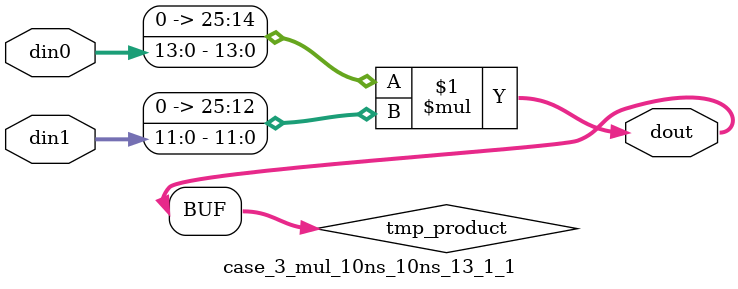
<source format=v>

`timescale 1 ns / 1 ps

 (* use_dsp = "no" *)  module case_3_mul_10ns_10ns_13_1_1(din0, din1, dout);
parameter ID = 1;
parameter NUM_STAGE = 0;
parameter din0_WIDTH = 14;
parameter din1_WIDTH = 12;
parameter dout_WIDTH = 26;

input [din0_WIDTH - 1 : 0] din0; 
input [din1_WIDTH - 1 : 0] din1; 
output [dout_WIDTH - 1 : 0] dout;

wire signed [dout_WIDTH - 1 : 0] tmp_product;
























assign tmp_product = $signed({1'b0, din0}) * $signed({1'b0, din1});











assign dout = tmp_product;





















endmodule

</source>
